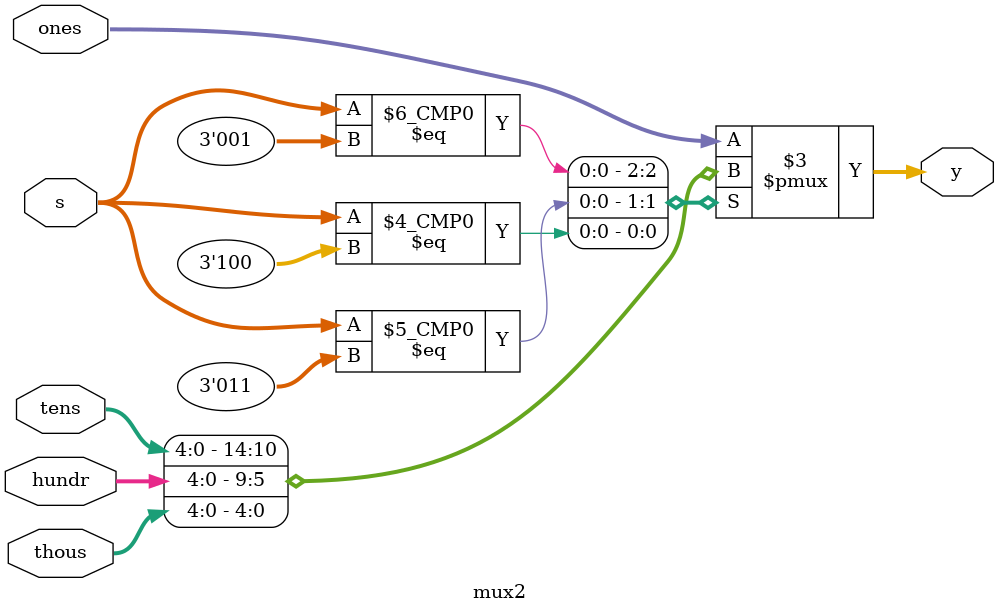
<source format=sv>
module mux2 ( 	input logic [4:0] thous,
				input logic [4:0] hundr,
				input logic [4:0] tens,
				input logic [4:0] ones,
				input logic [2:0] s,
				output logic [4:0] y);
				
always_comb
	begin
		case(s)
			0: y = ones;
			1: y = tens;
			3: y = hundr;
			4: y = thous;
			default: y = ones;
		endcase
	end
		
endmodule

</source>
